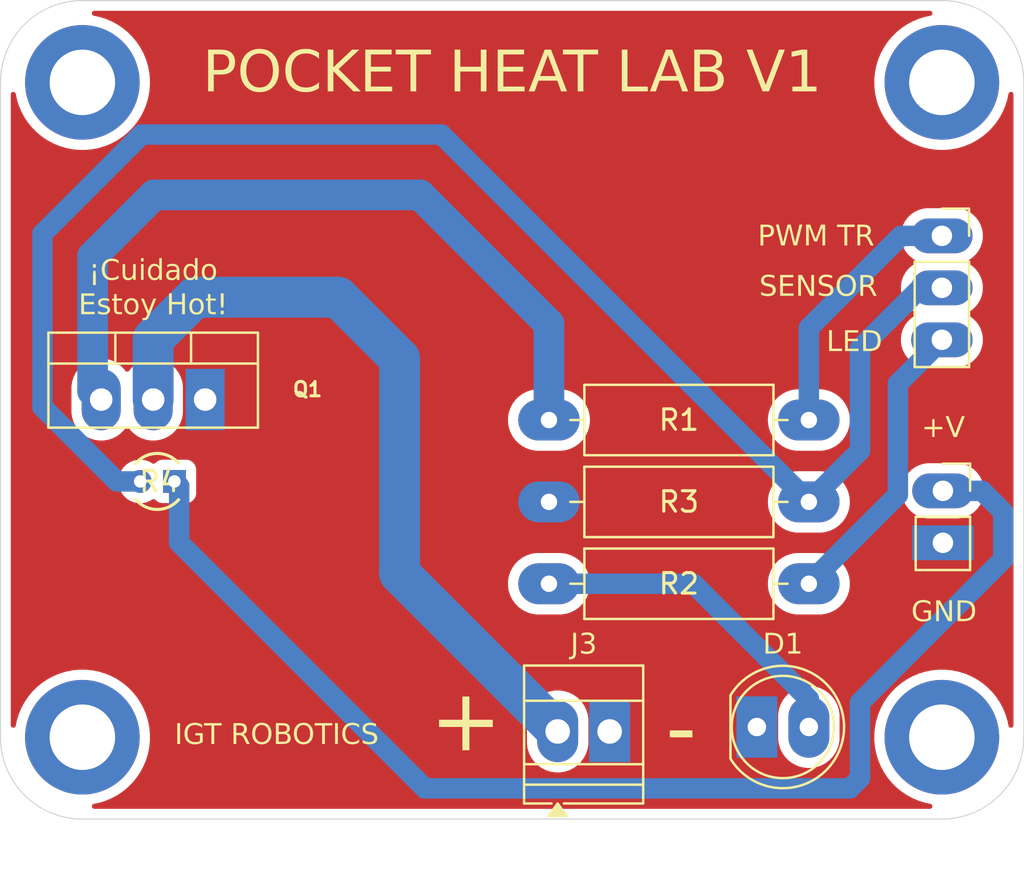
<source format=kicad_pcb>
(kicad_pcb (version 20241229) (generator "pcbnew") (generator_version "9.0")
  (layers (0 "F.Cu" signal) (2 "B.Cu" signal) (13 "F.Paste" user) (15 "B.Paste" user) (5 "F.SilkS" user "F.Silkscreen") (7 "B.SilkS" user "B.Silkscreen") (1 "F.Mask" user) (3 "B.Mask" user) (25 "Edge.Cuts" user))
  (net 0 "")
  (net 1 "Net-(D1-A)")
  (net 2 "PWM Calentador")
  (net 3 "Sensor")
  (net 4 "Led Indicador")
  (net 5 "GND")
  (net 6 "5v Arduino")
  (net 7 "12V Potencia")
  (net 8 "Net-(Q1-B)")
  (footprint "Resistor_THT:R_Axial_DIN0309_L9.0mm_D3.2mm_P12.70mm_Horizontal" (layer "F.Cu") (at 139.5 88.5 180)
    (property "Reference" "R2" (at 6.35 0 0) (layer "F.SilkS"))
    (property "Value" "470")
    (fp_line (start 11.66 0) (end 10.97 0) (stroke (width 0.12)) (layer "F.SilkS"))
    (fp_line (start 10.97 1.72) (end 10.97 -1.72) (stroke (width 0.12)) (layer "F.SilkS"))
    (fp_line (start 10.97 -1.72) (end 1.73 -1.72) (stroke (width 0.12)) (layer "F.SilkS"))
    (fp_line (start 1.73 1.72) (end 10.97 1.72) (stroke (width 0.12)) (layer "F.SilkS"))
    (fp_line (start 1.73 -1.72) (end 1.73 1.72) (stroke (width 0.12)) (layer "F.SilkS"))
    (fp_line (start 1.04 0) (end 1.73 0) (stroke (width 0.12)) (layer "F.SilkS"))
    (pad "1" thru_hole oval (at 0 0 180) (size 3 2) (drill 0.8) (layers "*.Cu" "*.Mask") (net 4 "Led Indicador"))
    (pad "2" thru_hole oval (at 12.7 0 180) (size 3 2) (drill 0.8) (layers "*.Cu" "*.Mask") (net 1 "Net-(D1-A)"))
  )
  (footprint "Nueva:TRES_MF52-A_CTM" (layer "F.Cu") (at 107.6618 83.5 180)
    (property "Reference" "R4" (at -0.1016 0 0) (layer "F.SilkS"))
    (property "Value" "MF52A1103F3380" (hide yes))
    (fp_arc (start 1.0668 0.863599) (mid 0.018622 1.367835) (end -1.0414 0.889) (stroke (width 0.1524)) (layer "F.SilkS"))
    (fp_arc (start -1.041401 -0.889) (mid 0.018622 -1.367835) (end 1.0668 -0.8636) (stroke (width 0.1524)) (layer "F.SilkS"))
    (pad "1" thru_hole rect (at -0.8382 0 180) (size 1.1176 1.1176) (drill 0.6096) (layers "*.Cu" "*.Mask") (net 6 "5v Arduino"))
    (pad "2" thru_hole circle (at 0.8382 0 180) (size 1.1176 1.1176) (drill 0.6096) (layers "*.Cu" "*.Mask") (net 3 "Sensor"))
  )
  (footprint "MountingHole:MountingHole_3.2mm_M3_DIN965_Pad_TopBottom" (layer "F.Cu") (at 104 64)
    (property "Reference" "REF**" (hide yes))
    (property "Value" "MountingHole_3.2mm_M3_DIN965_Pad_TopBottom" (hide yes))
    (pad "1" thru_hole circle (at 0 0) (size 3.6 3.6) (drill 3.2) (layers "*.Cu" "*.Mask"))
    (pad "1" connect circle (at 0 0) (size 5.6 5.6) (layers "F.Cu" "F.Mask"))
    (pad "1" connect circle (at 0 0) (size 5.6 5.6) (layers "B.Cu" "B.Mask"))
  )
  (footprint "MountingHole:MountingHole_3.2mm_M3_DIN965_Pad_TopBottom" (layer "F.Cu") (at 104 96)
    (property "Reference" "REF**" (hide yes))
    (property "Value" "MountingHole_3.2mm_M3_DIN965_Pad_TopBottom" (hide yes))
    (pad "1" thru_hole circle (at 0 0) (size 3.6 3.6) (drill 3.2) (layers "*.Cu" "*.Mask"))
    (pad "1" connect circle (at 0 0) (size 5.6 5.6) (layers "F.Cu" "F.Mask"))
    (pad "1" connect circle (at 0 0) (size 5.6 5.6) (layers "B.Cu" "B.Mask"))
  )
  (footprint "MountingHole:MountingHole_3.2mm_M3_DIN965_Pad_TopBottom" (layer "F.Cu") (at 146 96)
    (property "Reference" "REF**" (hide yes))
    (property "Value" "MountingHole_3.2mm_M3_DIN965_Pad_TopBottom" (hide yes))
    (pad "1" thru_hole circle (at 0 0) (size 3.6 3.6) (drill 3.2) (layers "*.Cu" "*.Mask"))
    (pad "1" connect circle (at 0 0) (size 5.6 5.6) (layers "F.Cu" "F.Mask"))
    (pad "1" connect circle (at 0 0) (size 5.6 5.6) (layers "B.Cu" "B.Mask"))
  )
  (footprint "Resistor_THT:R_Axial_DIN0309_L9.0mm_D3.2mm_P12.70mm_Horizontal" (layer "F.Cu") (at 139.5 80.5 180)
    (property "Reference" "R1" (at 6.35 0 0) (layer "F.SilkS"))
    (property "Value" "220")
    (fp_line (start 11.66 0) (end 10.97 0) (stroke (width 0.12)) (layer "F.SilkS"))
    (fp_line (start 10.97 1.72) (end 10.97 -1.72) (stroke (width 0.12)) (layer "F.SilkS"))
    (fp_line (start 10.97 -1.72) (end 1.73 -1.72) (stroke (width 0.12)) (layer "F.SilkS"))
    (fp_line (start 1.73 1.72) (end 10.97 1.72) (stroke (width 0.12)) (layer "F.SilkS"))
    (fp_line (start 1.73 -1.72) (end 1.73 1.72) (stroke (width 0.12)) (layer "F.SilkS"))
    (fp_line (start 1.04 0) (end 1.73 0) (stroke (width 0.12)) (layer "F.SilkS"))
    (pad "1" thru_hole oval (at 0 0 180) (size 3 2) (drill 0.8) (layers "*.Cu" "*.Mask") (net 2 "PWM Calentador"))
    (pad "2" thru_hole oval (at 12.7 0 180) (size 3 2) (drill 0.8) (layers "*.Cu" "*.Mask") (net 8 "Net-(Q1-B)"))
  )
  (footprint "Connector_PinSocket_2.54mm:PinSocket_1x03_P2.54mm_Vertical" (layer "F.Cu") (at 146 71.5)
    (property "Reference" "J1" (hide yes))
    (property "Value" "Conector Micro")
    (fp_line (start -1.33 1.27) (end -1.33 6.41) (stroke (width 0.12)) (layer "F.SilkS"))
    (fp_line (start -1.33 1.27) (end 1.33 1.27) (stroke (width 0.12)) (layer "F.SilkS"))
    (fp_line (start -1.33 6.41) (end 1.33 6.41) (stroke (width 0.12)) (layer "F.SilkS"))
    (fp_line (start 0 -1.33) (end 1.33 -1.33) (stroke (width 0.12)) (layer "F.SilkS"))
    (fp_line (start 1.33 -1.33) (end 1.33 0) (stroke (width 0.12)) (layer "F.SilkS"))
    (fp_line (start 1.33 1.27) (end 1.33 6.41) (stroke (width 0.12)) (layer "F.SilkS"))
    (pad "1" thru_hole oval (at 0 0) (size 3 1.7) (drill 1) (layers "*.Cu" "*.Mask") (net 2 "PWM Calentador"))
    (pad "2" thru_hole oval (at 0 2.54) (size 3 1.7) (drill 1) (layers "*.Cu" "*.Mask") (net 3 "Sensor"))
    (pad "3" thru_hole oval (at 0 5.08) (size 3 1.7) (drill 1) (layers "*.Cu" "*.Mask") (net 4 "Led Indicador"))
  )
  (footprint "LED_THT:LED_D5.0mm" (layer "F.Cu") (at 136.96 95.5)
    (property "Reference" "D1" (at 1.27 -4 0) (layer "F.SilkS"))
    (property "Value" "LED")
    (fp_line (start -1.29 -1.545) (end -1.29 1.545) (stroke (width 0.12)) (layer "F.SilkS"))
    (fp_arc (start -1.29 -1.54483) (mid 2.071756 -2.880501) (end 4.26 -0.000048) (stroke (width 0.12)) (layer "F.SilkS"))
    (fp_arc (start 4.26 0.000048) (mid 2.071756 2.880501) (end -1.29 1.54483) (stroke (width 0.12)) (layer "F.SilkS"))
    (fp_circle (center 1.27 0) (end 3.77 0) (stroke (width 0.12)) (fill no) (layer "F.SilkS"))
    (pad "1" thru_hole rect (at 0 0) (size 2 3) (drill 0.9) (layers "*.Cu" "*.Mask") (net 5 "GND"))
    (pad "2" thru_hole oval (at 2.54 0) (size 2 3) (drill 0.9) (layers "*.Cu" "*.Mask") (net 1 "Net-(D1-A)"))
  )
  (footprint "Connector_PinSocket_2.54mm:PinSocket_1x02_P2.54mm_Vertical" (layer "F.Cu") (at 146.05 83.96)
    (property "Reference" "J2" (hide yes))
    (property "Value" "Alimentacion Micro")
    (fp_line (start -1.33 1.27) (end -1.33 3.87) (stroke (width 0.12)) (layer "F.SilkS"))
    (fp_line (start -1.33 1.27) (end 1.33 1.27) (stroke (width 0.12)) (layer "F.SilkS"))
    (fp_line (start -1.33 3.87) (end 1.33 3.87) (stroke (width 0.12)) (layer "F.SilkS"))
    (fp_line (start 0 -1.33) (end 1.33 -1.33) (stroke (width 0.12)) (layer "F.SilkS"))
    (fp_line (start 1.33 -1.33) (end 1.33 0) (stroke (width 0.12)) (layer "F.SilkS"))
    (fp_line (start 1.33 1.27) (end 1.33 3.87) (stroke (width 0.12)) (layer "F.SilkS"))
    (pad "1" thru_hole oval (at 0 0) (size 3 1.7) (drill 1) (layers "*.Cu" "*.Mask") (net 6 "5v Arduino"))
    (pad "2" thru_hole rect (at 0 2.54) (size 3 1.7) (drill 1) (layers "*.Cu" "*.Mask") (net 5 "GND"))
  )
  (footprint "Package_TO_SOT_THT:TO-220-3_Vertical" (layer "F.Cu") (at 104.92 79.5)
    (property "Reference" "Q1" (at 10.08 -0.5 0) (layer "F.SilkS") (effects (font (size 0.7 0.7))))
    (property "Value" "TIP31C")
    (fp_line (start -2.58 -3.27) (end -2.58 1.371) (stroke (width 0.12)) (layer "F.SilkS"))
    (fp_line (start -2.58 -3.27) (end 7.66 -3.27) (stroke (width 0.12)) (layer "F.SilkS"))
    (fp_line (start -2.58 -1.76) (end 7.66 -1.76) (stroke (width 0.12)) (layer "F.SilkS"))
    (fp_line (start -2.58 1.371) (end 7.66 1.371) (stroke (width 0.12)) (layer "F.SilkS"))
    (fp_line (start 0.69 -3.27) (end 0.69 -1.76) (stroke (width 0.12)) (layer "F.SilkS"))
    (fp_line (start 4.391 -3.27) (end 4.391 -1.76) (stroke (width 0.12)) (layer "F.SilkS"))
    (fp_line (start 7.66 -3.27) (end 7.66 1.371) (stroke (width 0.12)) (layer "F.SilkS"))
    (pad "1" thru_hole oval (at 0 0) (size 1.905 3) (drill 1.1) (layers "*.Cu" "*.Mask") (net 8 "Net-(Q1-B)"))
    (pad "2" thru_hole oval (at 2.54 0) (size 1.905 3) (drill 1.1) (layers "*.Cu" "*.Mask") (net 7 "12V Potencia"))
    (pad "3" thru_hole rect (at 5.08 0) (size 1.905 3) (drill 1.1) (layers "*.Cu" "*.Mask") (net 5 "GND"))
  )
  (footprint "Resistor_THT:R_Axial_DIN0309_L9.0mm_D3.2mm_P12.70mm_Horizontal" (layer "F.Cu") (at 139.5 84.5 180)
    (property "Reference" "R3" (at 6.35 0 0) (layer "F.SilkS"))
    (property "Value" "10k")
    (fp_line (start 11.66 0) (end 10.97 0) (stroke (width 0.12)) (layer "F.SilkS"))
    (fp_line (start 10.97 1.72) (end 10.97 -1.72) (stroke (width 0.12)) (layer "F.SilkS"))
    (fp_line (start 10.97 -1.72) (end 1.73 -1.72) (stroke (width 0.12)) (layer "F.SilkS"))
    (fp_line (start 1.73 1.72) (end 10.97 1.72) (stroke (width 0.12)) (layer "F.SilkS"))
    (fp_line (start 1.73 -1.72) (end 1.73 1.72) (stroke (width 0.12)) (layer "F.SilkS"))
    (fp_line (start 1.04 0) (end 1.73 0) (stroke (width 0.12)) (layer "F.SilkS"))
    (pad "1" thru_hole oval (at 0 0 180) (size 3 2) (drill 0.8) (layers "*.Cu" "*.Mask") (net 3 "Sensor"))
    (pad "2" thru_hole oval (at 12.7 0 180) (size 3 2) (drill 0.8) (layers "*.Cu" "*.Mask") (net 5 "GND"))
  )
  (footprint "TerminalBlock:TerminalBlock_Xinya_XY308-2.54-2P_1x02_P2.54mm_Horizontal" (layer "F.Cu") (at 127.225 95.7175)
    (property "Reference" "J3" (at 1.275 -4.2175 0) (layer "F.SilkS"))
    (property "Value" "12V Eliminador/Fuente")
    (fp_line (start -1.64 -3.22) (end -1.64 3.52) (stroke (width 0.12)) (layer "F.SilkS"))
    (fp_line (start -1.64 -3.22) (end 4.18 -3.22) (stroke (width 0.12)) (layer "F.SilkS"))
    (fp_line (start -1.64 -1.5) (end 4.18 -1.5) (stroke (width 0.12)) (layer "F.SilkS"))
    (fp_line (start -1.64 1.6) (end 4.18 1.6) (stroke (width 0.12)) (layer "F.SilkS"))
    (fp_line (start -1.64 2.6) (end 4.18 2.6) (stroke (width 0.12)) (layer "F.SilkS"))
    (fp_line (start -1.64 3.52) (end -0.3 3.52) (stroke (width 0.12)) (layer "F.SilkS"))
    (fp_line (start 0.3 3.52) (end 4.18 3.52) (stroke (width 0.12)) (layer "F.SilkS"))
    (fp_line (start 4.18 -3.22) (end 4.18 3.52) (stroke (width 0.12)) (layer "F.SilkS"))
    (fp_poly (pts (xy 0 3.52) (xy 0.44 4.13) (xy -0.44 4.13)) (stroke (width 0.12)) (fill yes) (layer "F.SilkS"))
    (pad "1" thru_hole oval (at 0 0) (size 2 3) (drill 1.2) (layers "*.Cu" "*.Mask") (net 7 "12V Potencia"))
    (pad "2" thru_hole rect (at 2.54 0) (size 2 3) (drill 1.2) (layers "*.Cu" "*.Mask") (net 5 "GND"))
  )
  (footprint "MountingHole:MountingHole_3.2mm_M3_DIN965_Pad_TopBottom" (layer "F.Cu") (at 146 64)
    (property "Reference" "REF**" (hide yes))
    (property "Value" "MountingHole_3.2mm_M3_DIN965_Pad_TopBottom" (hide yes))
    (pad "1" thru_hole circle (at 0 0) (size 3.6 3.6) (drill 3.2) (layers "*.Cu" "*.Mask"))
    (pad "1" connect circle (at 0 0) (size 5.6 5.6) (layers "F.Cu" "F.Mask"))
    (pad "1" connect circle (at 0 0) (size 5.6 5.6) (layers "B.Cu" "B.Mask"))
  )
  (gr_arc (start 100 64) (mid 101.171573 61.171573) (end 104 60) (stroke (width 0.05)) (layer "Edge.Cuts"))
  (gr_line (start 150 64) (end 150 96) (stroke (width 0.05)) (layer "Edge.Cuts"))
  (gr_line (start 100 64) (end 100 96) (stroke (width 0.05)) (layer "Edge.Cuts"))
  (gr_line (start 104 100) (end 146 100) (stroke (width 0.05)) (layer "Edge.Cuts"))
  (gr_line (start 104 60) (end 146 60) (stroke (width 0.05)) (layer "Edge.Cuts"))
  (gr_arc (start 146 60) (mid 148.828427 61.171573) (end 150 64) (stroke (width 0.05)) (layer "Edge.Cuts"))
  (gr_arc (start 104 100) (mid 101.171573 98.828427) (end 100 96) (stroke (width 0.05)) (layer "Edge.Cuts"))
  (gr_arc (start 150 96) (mid 148.828427 98.828427) (end 146 100) (stroke (width 0.05)) (layer "Edge.Cuts"))
  (gr_text "LED\n" (at 140.351989 77.3 0) (layer "F.SilkS") (effects (font (size 1 1)) (justify left bottom)))
  (gr_text "¡Cuidado\nEstoy Hot!" (at 107.46 75.5 0) (layer "F.SilkS") (effects (font (size 1 1) (thickness 0.1)) (justify bottom)))
  (gr_text "GND" (at 144.5 90.5 0) (layer "F.SilkS") (effects (font (size 1 1)) (justify left bottom)))
  (gr_text "POCKET HEAT LAB V1\n\n\n" (at 125 71.5 0) (layer "F.SilkS") (effects (font (size 2 2)) (justify bottom)))
  (gr_text "+V\n" (at 145 81.5 0) (layer "F.SilkS") (effects (font (size 1 1)) (justify left bottom)))
  (gr_text "SENSOR\n" (at 137.071319 74.6 0) (layer "F.SilkS") (effects (font (size 1 1)) (justify left bottom)))
  (gr_text "+\n" (at 124.5 93.5 180) (layer "F.SilkS") (effects (font (size 3 3)) (justify left bottom)))
  (gr_text "-\n" (at 132.5 97.5 0) (layer "F.SilkS") (effects (font (size 3 3)) (justify left bottom)))
  (gr_text "IGT ROBOTICS\n" (at 108.5 96.5 0) (layer "F.SilkS") (effects (font (size 1 1)) (justify left bottom)))
  (gr_text "PWM TR\n\n\n" (at 137 75.5 0) (layer "F.SilkS") (effects (font (size 1 1)) (justify left bottom)))
  (segment (start 139.5 94.138) (end 139.5 95.5) (width 1) (layer "B.Cu") (net 1))
  (segment (start 126.8 88.5) (end 133.862 88.5) (width 1) (layer "B.Cu") (net 1))
  (segment (start 133.862 88.5) (end 139.5 94.138) (width 1) (layer "B.Cu") (net 1))
  (segment (start 144 71.5) (end 146 71.5) (width 1) (layer "B.Cu") (net 2))
  (segment (start 139.5 76) (end 144 71.5) (width 1) (layer "B.Cu") (net 2))
  (segment (start 139.5 80.5) (end 139.5 76) (width 1) (layer "B.Cu") (net 2))
  (segment (start 102.049 71.398976) (end 106.898976 66.549) (width 1) (layer "B.Cu") (net 3))
  (segment (start 105.69 83.5) (end 102.049 79.859) (width 1) (layer "B.Cu") (net 3))
  (segment (start 106.8236 83.5) (end 105.69 83.5) (width 1) (layer "B.Cu") (net 3))
  (segment (start 142 77) (end 144.96 74.04) (width 1) (layer "B.Cu") (net 3))
  (segment (start 121.549 66.549) (end 139.5 84.5) (width 1) (layer "B.Cu") (net 3))
  (segment (start 142 82) (end 142 77) (width 1) (layer "B.Cu") (net 3))
  (segment (start 144.96 74.04) (end 146 74.04) (width 1) (layer "B.Cu") (net 3))
  (segment (start 106.898976 66.549) (end 121.549 66.549) (width 1) (layer "B.Cu") (net 3))
  (segment (start 139.5 84.5) (end 142 82) (width 1) (layer "B.Cu") (net 3))
  (segment (start 102.049 79.859) (end 102.049 71.398976) (width 1) (layer "B.Cu") (net 3))
  (segment (start 146 76.58) (end 143.849 78.731) (width 1) (layer "B.Cu") (net 4))
  (segment (start 143.849 78.731) (end 143.849 84.151) (width 1) (layer "B.Cu") (net 4))
  (segment (start 143.849 84.151) (end 139.5 88.5) (width 1) (layer "B.Cu") (net 4))
  (segment (start 141.5 98.5) (end 120.74 98.5) (width 1) (layer "B.Cu") (net 6))
  (segment (start 147.96 83.96) (end 149 85) (width 1) (layer "B.Cu") (net 6))
  (segment (start 108.73 83.73) (end 108.5 83.5) (width 1) (layer "B.Cu") (net 6))
  (segment (start 142 98) (end 141.5 98.5) (width 1) (layer "B.Cu") (net 6))
  (segment (start 142 94.302) (end 142 98) (width 1) (layer "B.Cu") (net 6))
  (segment (start 149 87.302) (end 142 94.302) (width 1) (layer "B.Cu") (net 6))
  (segment (start 149 85) (end 149 87.302) (width 1) (layer "B.Cu") (net 6))
  (segment (start 146.05 83.96) (end 147.96 83.96) (width 1) (layer "B.Cu") (net 6))
  (segment (start 108.73 86.49) (end 108.73 83.73) (width 1) (layer "B.Cu") (net 6))
  (segment (start 120.74 98.5) (end 108.73 86.49) (width 1) (layer "B.Cu") (net 6))
  (segment (start 119.5 87.9925) (end 119.5 77.5) (width 2) (layer "B.Cu") (net 7))
  (segment (start 119.5 77.5) (end 116.5 74.5) (width 2) (layer "B.Cu") (net 7))
  (segment (start 107.46 76.54) (end 107.46 79.5) (width 2) (layer "B.Cu") (net 7))
  (segment (start 127.225 95.7175) (end 119.5 87.9925) (width 2) (layer "B.Cu") (net 7))
  (segment (start 116.5 74.5) (end 109.5 74.5) (width 2) (layer "B.Cu") (net 7))
  (segment (start 109.5 74.5) (end 107.46 76.54) (width 2) (layer "B.Cu") (net 7))
  (segment (start 104.5 72.5) (end 104.5 79.08) (width 1.5) (layer "B.Cu") (net 8))
  (segment (start 126.8 80.5) (end 126.8 75.8) (width 1.5) (layer "B.Cu") (net 8))
  (segment (start 107.5 69.5) (end 104.5 72.5) (width 1.5) (layer "B.Cu") (net 8))
  (segment (start 120.5 69.5) (end 107.5 69.5) (width 1.5) (layer "B.Cu") (net 8))
  (segment (start 104.5 79.08) (end 104.92 79.5) (width 1.5) (layer "B.Cu") (net 8))
  (segment (start 126.8 75.8) (end 120.5 69.5) (width 1.5) (layer "B.Cu") (net 8))
  (zone (net 5) (net_name "GND") (layer "F.Cu") (connect_pads yes (clearance 0.5)) (min_thickness 0.25) (fill yes (thermal_gap 0.5) (thermal_bridge_width 0.5))
    (polygon (pts (xy 100 60) (xy 150 60) (xy 150 100) (xy 100 100)))
  )
)
</source>
